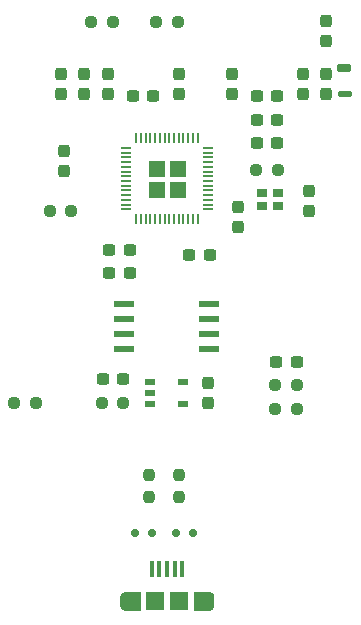
<source format=gbr>
%TF.GenerationSoftware,KiCad,Pcbnew,8.0.2*%
%TF.CreationDate,2024-07-02T20:29:51-04:00*%
%TF.ProjectId,HackerMouseProject,4861636b-6572-44d6-9f75-736550726f6a,rev?*%
%TF.SameCoordinates,Original*%
%TF.FileFunction,Paste,Top*%
%TF.FilePolarity,Positive*%
%FSLAX46Y46*%
G04 Gerber Fmt 4.6, Leading zero omitted, Abs format (unit mm)*
G04 Created by KiCad (PCBNEW 8.0.2) date 2024-07-02 20:29:51*
%MOMM*%
%LPD*%
G01*
G04 APERTURE LIST*
G04 Aperture macros list*
%AMRoundRect*
0 Rectangle with rounded corners*
0 $1 Rounding radius*
0 $2 $3 $4 $5 $6 $7 $8 $9 X,Y pos of 4 corners*
0 Add a 4 corners polygon primitive as box body*
4,1,4,$2,$3,$4,$5,$6,$7,$8,$9,$2,$3,0*
0 Add four circle primitives for the rounded corners*
1,1,$1+$1,$2,$3*
1,1,$1+$1,$4,$5*
1,1,$1+$1,$6,$7*
1,1,$1+$1,$8,$9*
0 Add four rect primitives between the rounded corners*
20,1,$1+$1,$2,$3,$4,$5,0*
20,1,$1+$1,$4,$5,$6,$7,0*
20,1,$1+$1,$6,$7,$8,$9,0*
20,1,$1+$1,$8,$9,$2,$3,0*%
G04 Aperture macros list end*
%ADD10C,0.010000*%
%ADD11RoundRect,0.237500X0.237500X-0.300000X0.237500X0.300000X-0.237500X0.300000X-0.237500X-0.300000X0*%
%ADD12RoundRect,0.237500X-0.237500X0.250000X-0.237500X-0.250000X0.237500X-0.250000X0.237500X0.250000X0*%
%ADD13RoundRect,0.237500X0.300000X0.237500X-0.300000X0.237500X-0.300000X-0.237500X0.300000X-0.237500X0*%
%ADD14RoundRect,0.237500X-0.250000X-0.237500X0.250000X-0.237500X0.250000X0.237500X-0.250000X0.237500X0*%
%ADD15RoundRect,0.237500X-0.300000X-0.237500X0.300000X-0.237500X0.300000X0.237500X-0.300000X0.237500X0*%
%ADD16RoundRect,0.237500X0.250000X0.237500X-0.250000X0.237500X-0.250000X-0.237500X0.250000X-0.237500X0*%
%ADD17RoundRect,0.027500X-0.082500X0.377500X-0.082500X-0.377500X0.082500X-0.377500X0.082500X0.377500X0*%
%ADD18RoundRect,0.027500X-0.377500X0.082500X-0.377500X-0.082500X0.377500X-0.082500X0.377500X0.082500X0*%
%ADD19RoundRect,0.127500X-0.483250X-0.127500X0.483250X-0.127500X0.483250X0.127500X-0.483250X0.127500X0*%
%ADD20RoundRect,0.165000X-0.453250X-0.165000X0.453250X-0.165000X0.453250X0.165000X-0.453250X0.165000X0*%
%ADD21RoundRect,0.150000X0.150000X0.200000X-0.150000X0.200000X-0.150000X-0.200000X0.150000X-0.200000X0*%
%ADD22RoundRect,0.237500X-0.237500X0.300000X-0.237500X-0.300000X0.237500X-0.300000X0.237500X0.300000X0*%
%ADD23RoundRect,0.150000X-0.150000X-0.200000X0.150000X-0.200000X0.150000X0.200000X-0.150000X0.200000X0*%
%ADD24R,0.850000X0.750000*%
%ADD25R,0.900000X0.600000*%
%ADD26R,0.400000X1.350000*%
%ADD27R,1.500000X1.550000*%
%ADD28RoundRect,0.072500X-0.732500X-0.217500X0.732500X-0.217500X0.732500X0.217500X-0.732500X0.217500X0*%
G04 APERTURE END LIST*
D10*
%TO.C,U1*%
X174755000Y-70755000D02*
X173485000Y-70755000D01*
X173485000Y-69485000D01*
X174755000Y-69485000D01*
X174755000Y-70755000D01*
G36*
X174755000Y-70755000D02*
G01*
X173485000Y-70755000D01*
X173485000Y-69485000D01*
X174755000Y-69485000D01*
X174755000Y-70755000D01*
G37*
X174755000Y-72515000D02*
X173485000Y-72515000D01*
X173485000Y-71245000D01*
X174755000Y-71245000D01*
X174755000Y-72515000D01*
G36*
X174755000Y-72515000D02*
G01*
X173485000Y-72515000D01*
X173485000Y-71245000D01*
X174755000Y-71245000D01*
X174755000Y-72515000D01*
G37*
X176515000Y-70755000D02*
X175245000Y-70755000D01*
X175245000Y-69485000D01*
X176515000Y-69485000D01*
X176515000Y-70755000D01*
G36*
X176515000Y-70755000D02*
G01*
X175245000Y-70755000D01*
X175245000Y-69485000D01*
X176515000Y-69485000D01*
X176515000Y-70755000D01*
G37*
X176515000Y-72515000D02*
X175245000Y-72515000D01*
X175245000Y-71245000D01*
X176515000Y-71245000D01*
X176515000Y-72515000D01*
G36*
X176515000Y-72515000D02*
G01*
X175245000Y-72515000D01*
X175245000Y-71245000D01*
X176515000Y-71245000D01*
X176515000Y-72515000D01*
G37*
%TO.C,J1*%
X172700000Y-107525000D02*
X171555000Y-107525000D01*
X171529000Y-107524000D01*
X171503000Y-107522000D01*
X171477000Y-107519000D01*
X171451000Y-107514000D01*
X171426000Y-107508000D01*
X171400000Y-107501000D01*
X171376000Y-107492000D01*
X171352000Y-107482000D01*
X171328000Y-107471000D01*
X171305000Y-107458000D01*
X171283000Y-107444000D01*
X171261000Y-107430000D01*
X171240000Y-107414000D01*
X171220000Y-107397000D01*
X171201000Y-107379000D01*
X171183000Y-107360000D01*
X171166000Y-107340000D01*
X171150000Y-107319000D01*
X171136000Y-107297000D01*
X171122000Y-107275000D01*
X171109000Y-107252000D01*
X171098000Y-107228000D01*
X171088000Y-107204000D01*
X171079000Y-107180000D01*
X171072000Y-107154000D01*
X171066000Y-107129000D01*
X171061000Y-107103000D01*
X171058000Y-107077000D01*
X171056000Y-107051000D01*
X171055000Y-107025000D01*
X171055000Y-106475000D01*
X171056000Y-106449000D01*
X171058000Y-106423000D01*
X171061000Y-106397000D01*
X171066000Y-106371000D01*
X171072000Y-106346000D01*
X171079000Y-106320000D01*
X171088000Y-106296000D01*
X171098000Y-106272000D01*
X171109000Y-106248000D01*
X171122000Y-106225000D01*
X171136000Y-106203000D01*
X171150000Y-106181000D01*
X171166000Y-106160000D01*
X171183000Y-106140000D01*
X171201000Y-106121000D01*
X171220000Y-106103000D01*
X171240000Y-106086000D01*
X171261000Y-106070000D01*
X171283000Y-106056000D01*
X171305000Y-106042000D01*
X171328000Y-106029000D01*
X171352000Y-106018000D01*
X171376000Y-106008000D01*
X171400000Y-105999000D01*
X171426000Y-105992000D01*
X171451000Y-105986000D01*
X171477000Y-105981000D01*
X171503000Y-105978000D01*
X171529000Y-105976000D01*
X171555000Y-105975000D01*
X172700000Y-105975000D01*
X172700000Y-107525000D01*
G36*
X172700000Y-107525000D02*
G01*
X171555000Y-107525000D01*
X171529000Y-107524000D01*
X171503000Y-107522000D01*
X171477000Y-107519000D01*
X171451000Y-107514000D01*
X171426000Y-107508000D01*
X171400000Y-107501000D01*
X171376000Y-107492000D01*
X171352000Y-107482000D01*
X171328000Y-107471000D01*
X171305000Y-107458000D01*
X171283000Y-107444000D01*
X171261000Y-107430000D01*
X171240000Y-107414000D01*
X171220000Y-107397000D01*
X171201000Y-107379000D01*
X171183000Y-107360000D01*
X171166000Y-107340000D01*
X171150000Y-107319000D01*
X171136000Y-107297000D01*
X171122000Y-107275000D01*
X171109000Y-107252000D01*
X171098000Y-107228000D01*
X171088000Y-107204000D01*
X171079000Y-107180000D01*
X171072000Y-107154000D01*
X171066000Y-107129000D01*
X171061000Y-107103000D01*
X171058000Y-107077000D01*
X171056000Y-107051000D01*
X171055000Y-107025000D01*
X171055000Y-106475000D01*
X171056000Y-106449000D01*
X171058000Y-106423000D01*
X171061000Y-106397000D01*
X171066000Y-106371000D01*
X171072000Y-106346000D01*
X171079000Y-106320000D01*
X171088000Y-106296000D01*
X171098000Y-106272000D01*
X171109000Y-106248000D01*
X171122000Y-106225000D01*
X171136000Y-106203000D01*
X171150000Y-106181000D01*
X171166000Y-106160000D01*
X171183000Y-106140000D01*
X171201000Y-106121000D01*
X171220000Y-106103000D01*
X171240000Y-106086000D01*
X171261000Y-106070000D01*
X171283000Y-106056000D01*
X171305000Y-106042000D01*
X171328000Y-106029000D01*
X171352000Y-106018000D01*
X171376000Y-106008000D01*
X171400000Y-105999000D01*
X171426000Y-105992000D01*
X171451000Y-105986000D01*
X171477000Y-105981000D01*
X171503000Y-105978000D01*
X171529000Y-105976000D01*
X171555000Y-105975000D01*
X172700000Y-105975000D01*
X172700000Y-107525000D01*
G37*
X178471000Y-105976000D02*
X178497000Y-105978000D01*
X178523000Y-105981000D01*
X178549000Y-105986000D01*
X178574000Y-105992000D01*
X178600000Y-105999000D01*
X178624000Y-106008000D01*
X178648000Y-106018000D01*
X178672000Y-106029000D01*
X178695000Y-106042000D01*
X178717000Y-106056000D01*
X178739000Y-106070000D01*
X178760000Y-106086000D01*
X178780000Y-106103000D01*
X178799000Y-106121000D01*
X178817000Y-106140000D01*
X178834000Y-106160000D01*
X178850000Y-106181000D01*
X178864000Y-106203000D01*
X178878000Y-106225000D01*
X178891000Y-106248000D01*
X178902000Y-106272000D01*
X178912000Y-106296000D01*
X178921000Y-106320000D01*
X178928000Y-106346000D01*
X178934000Y-106371000D01*
X178939000Y-106397000D01*
X178942000Y-106423000D01*
X178944000Y-106449000D01*
X178945000Y-106475000D01*
X178945000Y-107025000D01*
X178944000Y-107051000D01*
X178942000Y-107077000D01*
X178939000Y-107103000D01*
X178934000Y-107129000D01*
X178928000Y-107154000D01*
X178921000Y-107180000D01*
X178912000Y-107204000D01*
X178902000Y-107228000D01*
X178891000Y-107252000D01*
X178878000Y-107275000D01*
X178864000Y-107297000D01*
X178850000Y-107319000D01*
X178834000Y-107340000D01*
X178817000Y-107360000D01*
X178799000Y-107379000D01*
X178780000Y-107397000D01*
X178760000Y-107414000D01*
X178739000Y-107430000D01*
X178717000Y-107444000D01*
X178695000Y-107458000D01*
X178672000Y-107471000D01*
X178648000Y-107482000D01*
X178624000Y-107492000D01*
X178600000Y-107501000D01*
X178574000Y-107508000D01*
X178549000Y-107514000D01*
X178523000Y-107519000D01*
X178497000Y-107522000D01*
X178471000Y-107524000D01*
X178445000Y-107525000D01*
X177300000Y-107525000D01*
X177300000Y-105975000D01*
X178445000Y-105975000D01*
X178471000Y-105976000D01*
G36*
X178471000Y-105976000D02*
G01*
X178497000Y-105978000D01*
X178523000Y-105981000D01*
X178549000Y-105986000D01*
X178574000Y-105992000D01*
X178600000Y-105999000D01*
X178624000Y-106008000D01*
X178648000Y-106018000D01*
X178672000Y-106029000D01*
X178695000Y-106042000D01*
X178717000Y-106056000D01*
X178739000Y-106070000D01*
X178760000Y-106086000D01*
X178780000Y-106103000D01*
X178799000Y-106121000D01*
X178817000Y-106140000D01*
X178834000Y-106160000D01*
X178850000Y-106181000D01*
X178864000Y-106203000D01*
X178878000Y-106225000D01*
X178891000Y-106248000D01*
X178902000Y-106272000D01*
X178912000Y-106296000D01*
X178921000Y-106320000D01*
X178928000Y-106346000D01*
X178934000Y-106371000D01*
X178939000Y-106397000D01*
X178942000Y-106423000D01*
X178944000Y-106449000D01*
X178945000Y-106475000D01*
X178945000Y-107025000D01*
X178944000Y-107051000D01*
X178942000Y-107077000D01*
X178939000Y-107103000D01*
X178934000Y-107129000D01*
X178928000Y-107154000D01*
X178921000Y-107180000D01*
X178912000Y-107204000D01*
X178902000Y-107228000D01*
X178891000Y-107252000D01*
X178878000Y-107275000D01*
X178864000Y-107297000D01*
X178850000Y-107319000D01*
X178834000Y-107340000D01*
X178817000Y-107360000D01*
X178799000Y-107379000D01*
X178780000Y-107397000D01*
X178760000Y-107414000D01*
X178739000Y-107430000D01*
X178717000Y-107444000D01*
X178695000Y-107458000D01*
X178672000Y-107471000D01*
X178648000Y-107482000D01*
X178624000Y-107492000D01*
X178600000Y-107501000D01*
X178574000Y-107508000D01*
X178549000Y-107514000D01*
X178523000Y-107519000D01*
X178497000Y-107522000D01*
X178471000Y-107524000D01*
X178445000Y-107525000D01*
X177300000Y-107525000D01*
X177300000Y-105975000D01*
X178445000Y-105975000D01*
X178471000Y-105976000D01*
G37*
%TD*%
D11*
%TO.C,L4*%
X188500000Y-63862500D03*
X188500000Y-62137500D03*
%TD*%
D12*
%TO.C,R4*%
X173500000Y-96087500D03*
X173500000Y-97912500D03*
%TD*%
D13*
%TO.C,C7*%
X178612500Y-77500000D03*
X176887500Y-77500000D03*
%TD*%
D14*
%TO.C,R1*%
X184187500Y-90475000D03*
X186012500Y-90475000D03*
%TD*%
D11*
%TO.C,C5*%
X169990000Y-63862500D03*
X169990000Y-62137500D03*
%TD*%
D15*
%TO.C,C12*%
X182637500Y-68000000D03*
X184362500Y-68000000D03*
%TD*%
D16*
%TO.C,R10*%
X171325000Y-90000000D03*
X169500000Y-90000000D03*
%TD*%
D14*
%TO.C,R2*%
X182587500Y-70250000D03*
X184412500Y-70250000D03*
%TD*%
D12*
%TO.C,R3*%
X176000000Y-96087500D03*
X176000000Y-97912500D03*
%TD*%
D14*
%TO.C,R7*%
X168587500Y-57750000D03*
X170412500Y-57750000D03*
%TD*%
D17*
%TO.C,U1*%
X177600000Y-67555000D03*
X177200000Y-67555000D03*
X176800000Y-67555000D03*
X176400000Y-67555000D03*
X176000000Y-67555000D03*
X175600000Y-67555000D03*
X175200000Y-67555000D03*
X174800000Y-67555000D03*
X174400000Y-67555000D03*
X174000000Y-67555000D03*
X173600000Y-67555000D03*
X173200000Y-67555000D03*
X172800000Y-67555000D03*
X172400000Y-67555000D03*
D18*
X171555000Y-68400000D03*
X171555000Y-68800000D03*
X171555000Y-69200000D03*
X171555000Y-69600000D03*
X171555000Y-70000000D03*
X171555000Y-70400000D03*
X171555000Y-70800000D03*
X171555000Y-71200000D03*
X171555000Y-71600000D03*
X171555000Y-72000000D03*
X171555000Y-72400000D03*
X171555000Y-72800000D03*
X171555000Y-73200000D03*
X171555000Y-73600000D03*
D17*
X172400000Y-74445000D03*
X172800000Y-74445000D03*
X173200000Y-74445000D03*
X173600000Y-74445000D03*
X174000000Y-74445000D03*
X174400000Y-74445000D03*
X174800000Y-74445000D03*
X175200000Y-74445000D03*
X175600000Y-74445000D03*
X176000000Y-74445000D03*
X176400000Y-74445000D03*
X176800000Y-74445000D03*
X177200000Y-74445000D03*
X177600000Y-74445000D03*
D18*
X178445000Y-73600000D03*
X178445000Y-73200000D03*
X178445000Y-72800000D03*
X178445000Y-72400000D03*
X178445000Y-72000000D03*
X178445000Y-71600000D03*
X178445000Y-71200000D03*
X178445000Y-70800000D03*
X178445000Y-70400000D03*
X178445000Y-70000000D03*
X178445000Y-69600000D03*
X178445000Y-69200000D03*
X178445000Y-68800000D03*
X178445000Y-68400000D03*
%TD*%
D13*
%TO.C,L2*%
X173862500Y-64000000D03*
X172137500Y-64000000D03*
%TD*%
%TO.C,C16*%
X186000000Y-86500000D03*
X184275000Y-86500000D03*
%TD*%
D11*
%TO.C,C6*%
X176000000Y-63862500D03*
X176000000Y-62137500D03*
%TD*%
D19*
%TO.C,AE1*%
X190113250Y-63870000D03*
D20*
X190020750Y-61645000D03*
%TD*%
D16*
%TO.C,R8*%
X186000000Y-88500000D03*
X184175000Y-88500000D03*
%TD*%
D21*
%TO.C,D1*%
X175800000Y-101000000D03*
X177200000Y-101000000D03*
%TD*%
D14*
%TO.C,R9*%
X162087500Y-90000000D03*
X163912500Y-90000000D03*
%TD*%
D11*
%TO.C,C15*%
X188500000Y-59362500D03*
X188500000Y-57637500D03*
%TD*%
D22*
%TO.C,C10*%
X181000000Y-73387500D03*
X181000000Y-75112500D03*
%TD*%
D15*
%TO.C,C11*%
X182637500Y-66000000D03*
X184362500Y-66000000D03*
%TD*%
D13*
%TO.C,C1*%
X171862500Y-77000000D03*
X170137500Y-77000000D03*
%TD*%
D23*
%TO.C,D2*%
X173700000Y-101000000D03*
X172300000Y-101000000D03*
%TD*%
D11*
%TO.C,C8*%
X166250000Y-70362500D03*
X166250000Y-68637500D03*
%TD*%
D22*
%TO.C,C9*%
X187000000Y-72025000D03*
X187000000Y-73750000D03*
%TD*%
D24*
%TO.C,Y1*%
X184425000Y-72225000D03*
X183075000Y-72225000D03*
X183075000Y-73275000D03*
X184425000Y-73275000D03*
%TD*%
D25*
%TO.C,PS1*%
X173600000Y-88187500D03*
X173600000Y-89137500D03*
X173600000Y-90087500D03*
X176400000Y-90087500D03*
X176400000Y-88187500D03*
%TD*%
D11*
%TO.C,C3*%
X166000000Y-63862500D03*
X166000000Y-62137500D03*
%TD*%
D13*
%TO.C,C17*%
X171287500Y-88000000D03*
X169562500Y-88000000D03*
%TD*%
D26*
%TO.C,J1*%
X173700000Y-104075000D03*
X174350000Y-104075000D03*
X175000000Y-104075000D03*
X175650000Y-104075000D03*
X176300000Y-104075000D03*
D27*
X176000000Y-106750000D03*
X174000000Y-106750000D03*
%TD*%
D11*
%TO.C,C4*%
X168000000Y-63862500D03*
X168000000Y-62137500D03*
%TD*%
D14*
%TO.C,R6*%
X174087500Y-57750000D03*
X175912500Y-57750000D03*
%TD*%
D11*
%TO.C,C14*%
X186500000Y-63862500D03*
X186500000Y-62137500D03*
%TD*%
D15*
%TO.C,L3*%
X182637500Y-64000000D03*
X184362500Y-64000000D03*
%TD*%
D13*
%TO.C,C2*%
X171862500Y-79000000D03*
X170137500Y-79000000D03*
%TD*%
D28*
%TO.C,U2*%
X171395000Y-81595000D03*
X171395000Y-82865000D03*
X171395000Y-84135000D03*
X171395000Y-85405000D03*
X178605000Y-85405000D03*
X178605000Y-84135000D03*
X178605000Y-82865000D03*
X178605000Y-81595000D03*
%TD*%
D22*
%TO.C,C18*%
X178500000Y-88275000D03*
X178500000Y-90000000D03*
%TD*%
D14*
%TO.C,R5*%
X165087500Y-73750000D03*
X166912500Y-73750000D03*
%TD*%
D11*
%TO.C,C13*%
X180500000Y-63862500D03*
X180500000Y-62137500D03*
%TD*%
M02*

</source>
